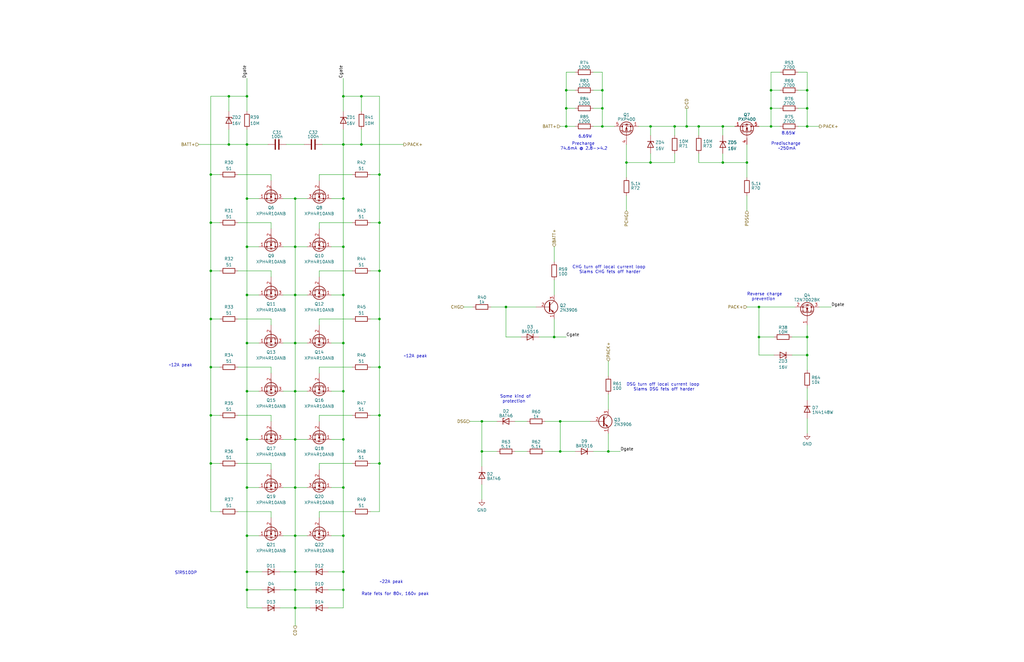
<source format=kicad_sch>
(kicad_sch (version 20230121) (generator eeschema)
  (paper "B")
  (title_block (title "High Side Fets") (date "2022-10-30") (rev "Rev 0") (company "QTech BMS Dept"))
  (junction (at 104.14 248.92))
  (junction (at 213.36 129.54))
  (junction (at 104.14 205.74))
  (junction (at 88.9 93.98))
  (junction (at 104.14 226.06))
  (junction (at 320.04 129.54))
  (junction (at 104.14 241.3))
  (junction (at 104.14 40.64))
  (junction (at 124.46 104.14))
  (junction (at 203.2 190.5))
  (junction (at 152.4 40.64))
  (junction (at 160.02 134.62))
  (junction (at 314.96 68.58))
  (junction (at 88.9 175.26))
  (junction (at 340.36 53.34))
  (junction (at 124.46 205.74))
  (junction (at 340.36 38.1))
  (junction (at 160.02 114.3))
  (junction (at 144.78 241.3))
  (junction (at 160.02 195.58))
  (junction (at 124.46 124.46))
  (junction (at 254 38.1))
  (junction (at 104.14 185.42))
  (junction (at 96.52 60.96))
  (junction (at 160.02 175.26))
  (junction (at 144.78 60.96))
  (junction (at 304.8 68.58))
  (junction (at 104.14 83.82))
  (junction (at 104.14 144.78))
  (junction (at 124.46 256.54))
  (junction (at 254 53.34))
  (junction (at 88.9 73.66))
  (junction (at 289.56 53.34))
  (junction (at 238.76 45.72))
  (junction (at 284.48 53.34))
  (junction (at 152.4 60.96))
  (junction (at 124.46 241.3))
  (junction (at 254 45.72))
  (junction (at 144.78 205.74))
  (junction (at 88.9 195.58))
  (junction (at 88.9 154.94))
  (junction (at 144.78 83.82))
  (junction (at 124.46 144.78))
  (junction (at 320.04 142.24))
  (junction (at 304.8 53.34))
  (junction (at 144.78 124.46))
  (junction (at 144.78 40.64))
  (junction (at 88.9 114.3))
  (junction (at 236.22 177.8))
  (junction (at 104.14 124.46))
  (junction (at 104.14 104.14))
  (junction (at 264.16 68.58))
  (junction (at 96.52 40.64))
  (junction (at 325.12 53.34))
  (junction (at 124.46 165.1))
  (junction (at 160.02 154.94))
  (junction (at 203.2 177.8))
  (junction (at 124.46 83.82))
  (junction (at 144.78 165.1))
  (junction (at 124.46 226.06))
  (junction (at 325.12 38.1))
  (junction (at 274.32 68.58))
  (junction (at 340.36 142.24))
  (junction (at 238.76 53.34))
  (junction (at 104.14 60.96))
  (junction (at 294.64 53.34))
  (junction (at 104.14 165.1))
  (junction (at 144.78 185.42))
  (junction (at 340.36 45.72))
  (junction (at 256.54 190.5))
  (junction (at 236.22 190.5))
  (junction (at 325.12 45.72))
  (junction (at 160.02 93.98))
  (junction (at 88.9 134.62))
  (junction (at 238.76 38.1))
  (junction (at 160.02 73.66))
  (junction (at 274.32 53.34))
  (junction (at 144.78 144.78))
  (junction (at 233.68 142.24))
  (junction (at 144.78 226.06))
  (junction (at 124.46 185.42))
  (junction (at 124.46 248.92))
  (junction (at 144.78 248.92))
  (junction (at 144.78 104.14))
  (junction (at 340.36 149.86))
  (wire (pts (xy 124.46 124.46) (xy 129.54 124.46)))
  (wire (pts (xy 88.9 134.62) (xy 92.71 134.62)))
  (wire (pts (xy 238.76 38.1) (xy 242.57 38.1)))
  (wire (pts (xy 124.46 165.1) (xy 129.54 165.1)))
  (wire (pts (xy 219.71 142.24) (xy 213.36 142.24)))
  (wire (pts (xy 134.62 195.58) (xy 134.62 198.12)))
  (wire (pts (xy 289.56 53.34) (xy 289.56 45.72)))
  (wire (pts (xy 254 53.34) (xy 259.08 53.34)))
  (wire (pts (xy 195.58 129.54) (xy 199.39 129.54)))
  (wire (pts (xy 314.96 88.9) (xy 314.96 82.55)))
  (wire (pts (xy 144.78 124.46) (xy 144.78 144.78)))
  (wire (pts (xy 114.3 134.62) (xy 100.33 134.62)))
  (wire (pts (xy 114.3 195.58) (xy 114.3 198.12)))
  (wire (pts (xy 156.21 195.58) (xy 160.02 195.58)))
  (wire (pts (xy 229.87 177.8) (xy 236.22 177.8)))
  (wire (pts (xy 289.56 53.34) (xy 294.64 53.34)))
  (wire (pts (xy 130.81 256.54) (xy 124.46 256.54)))
  (wire (pts (xy 124.46 241.3) (xy 124.46 248.92)))
  (wire (pts (xy 88.9 114.3) (xy 92.71 114.3)))
  (wire (pts (xy 119.38 226.06) (xy 124.46 226.06)))
  (wire (pts (xy 238.76 38.1) (xy 238.76 30.48)))
  (wire (pts (xy 304.8 64.77) (xy 304.8 68.58)))
  (wire (pts (xy 238.76 30.48) (xy 242.57 30.48)))
  (wire (pts (xy 144.78 248.92) (xy 144.78 256.54)))
  (wire (pts (xy 104.14 248.92) (xy 110.49 248.92)))
  (wire (pts (xy 350.52 129.54) (xy 345.44 129.54)))
  (wire (pts (xy 274.32 68.58) (xy 284.48 68.58)))
  (wire (pts (xy 160.02 93.98) (xy 160.02 114.3)))
  (wire (pts (xy 264.16 88.9) (xy 264.16 82.55)))
  (wire (pts (xy 104.14 241.3) (xy 110.49 241.3)))
  (wire (pts (xy 264.16 74.93) (xy 264.16 68.58)))
  (wire (pts (xy 114.3 154.94) (xy 114.3 157.48)))
  (wire (pts (xy 104.14 124.46) (xy 109.22 124.46)))
  (wire (pts (xy 138.43 241.3) (xy 144.78 241.3)))
  (wire (pts (xy 96.52 40.64) (xy 96.52 46.99)))
  (wire (pts (xy 134.62 215.9) (xy 134.62 218.44)))
  (wire (pts (xy 88.9 195.58) (xy 88.9 215.9)))
  (wire (pts (xy 88.9 215.9) (xy 92.71 215.9)))
  (wire (pts (xy 320.04 53.34) (xy 325.12 53.34)))
  (wire (pts (xy 119.38 83.82) (xy 124.46 83.82)))
  (wire (pts (xy 120.65 60.96) (xy 128.27 60.96)))
  (wire (pts (xy 236.22 190.5) (xy 242.57 190.5)))
  (wire (pts (xy 139.7 226.06) (xy 144.78 226.06)))
  (wire (pts (xy 233.68 134.62) (xy 233.68 142.24)))
  (wire (pts (xy 104.14 205.74) (xy 104.14 226.06)))
  (wire (pts (xy 152.4 54.61) (xy 152.4 60.96)))
  (wire (pts (xy 88.9 73.66) (xy 88.9 93.98)))
  (wire (pts (xy 119.38 124.46) (xy 124.46 124.46)))
  (wire (pts (xy 254 30.48) (xy 254 38.1)))
  (wire (pts (xy 314.96 68.58) (xy 314.96 60.96)))
  (wire (pts (xy 124.46 185.42) (xy 124.46 205.74)))
  (wire (pts (xy 160.02 73.66) (xy 160.02 93.98)))
  (wire (pts (xy 340.36 38.1) (xy 340.36 45.72)))
  (wire (pts (xy 340.36 176.53) (xy 340.36 182.88)))
  (wire (pts (xy 119.38 104.14) (xy 124.46 104.14)))
  (wire (pts (xy 229.87 190.5) (xy 236.22 190.5)))
  (wire (pts (xy 325.12 30.48) (xy 328.93 30.48)))
  (wire (pts (xy 144.78 40.64) (xy 144.78 46.99)))
  (wire (pts (xy 139.7 83.82) (xy 144.78 83.82)))
  (wire (pts (xy 134.62 175.26) (xy 148.59 175.26)))
  (wire (pts (xy 124.46 104.14) (xy 124.46 124.46)))
  (wire (pts (xy 130.81 248.92) (xy 124.46 248.92)))
  (wire (pts (xy 340.36 149.86) (xy 340.36 156.21)))
  (wire (pts (xy 124.46 104.14) (xy 129.54 104.14)))
  (wire (pts (xy 233.68 104.14) (xy 233.68 110.49)))
  (wire (pts (xy 294.64 64.77) (xy 294.64 68.58)))
  (wire (pts (xy 104.14 54.61) (xy 104.14 60.96)))
  (wire (pts (xy 104.14 205.74) (xy 109.22 205.74)))
  (wire (pts (xy 156.21 154.94) (xy 160.02 154.94)))
  (wire (pts (xy 134.62 134.62) (xy 134.62 137.16)))
  (wire (pts (xy 96.52 54.61) (xy 96.52 60.96)))
  (wire (pts (xy 134.62 175.26) (xy 134.62 177.8)))
  (wire (pts (xy 134.62 114.3) (xy 134.62 116.84)))
  (wire (pts (xy 294.64 53.34) (xy 304.8 53.34)))
  (wire (pts (xy 124.46 226.06) (xy 129.54 226.06)))
  (wire (pts (xy 124.46 205.74) (xy 129.54 205.74)))
  (wire (pts (xy 250.19 190.5) (xy 256.54 190.5)))
  (wire (pts (xy 104.14 165.1) (xy 109.22 165.1)))
  (wire (pts (xy 96.52 40.64) (xy 104.14 40.64)))
  (wire (pts (xy 152.4 60.96) (xy 170.18 60.96)))
  (wire (pts (xy 217.17 177.8) (xy 222.25 177.8)))
  (wire (pts (xy 104.14 185.42) (xy 104.14 205.74)))
  (wire (pts (xy 254 38.1) (xy 254 45.72)))
  (wire (pts (xy 119.38 205.74) (xy 124.46 205.74)))
  (wire (pts (xy 104.14 104.14) (xy 109.22 104.14)))
  (wire (pts (xy 144.78 60.96) (xy 152.4 60.96)))
  (wire (pts (xy 152.4 40.64) (xy 152.4 46.99)))
  (wire (pts (xy 284.48 68.58) (xy 284.48 64.77)))
  (wire (pts (xy 124.46 144.78) (xy 124.46 165.1)))
  (wire (pts (xy 217.17 190.5) (xy 222.25 190.5)))
  (wire (pts (xy 88.9 93.98) (xy 92.71 93.98)))
  (wire (pts (xy 104.14 256.54) (xy 110.49 256.54)))
  (wire (pts (xy 156.21 134.62) (xy 160.02 134.62)))
  (wire (pts (xy 144.78 144.78) (xy 144.78 165.1)))
  (wire (pts (xy 314.96 74.93) (xy 314.96 68.58)))
  (wire (pts (xy 213.36 129.54) (xy 226.06 129.54)))
  (wire (pts (xy 207.01 129.54) (xy 213.36 129.54)))
  (wire (pts (xy 88.9 175.26) (xy 88.9 195.58)))
  (wire (pts (xy 203.2 190.5) (xy 203.2 196.85)))
  (wire (pts (xy 250.19 38.1) (xy 254 38.1)))
  (wire (pts (xy 320.04 129.54) (xy 320.04 142.24)))
  (wire (pts (xy 134.62 93.98) (xy 134.62 96.52)))
  (wire (pts (xy 138.43 256.54) (xy 144.78 256.54)))
  (wire (pts (xy 134.62 73.66) (xy 134.62 76.2)))
  (wire (pts (xy 320.04 129.54) (xy 335.28 129.54)))
  (wire (pts (xy 100.33 73.66) (xy 114.3 73.66)))
  (wire (pts (xy 336.55 53.34) (xy 340.36 53.34)))
  (wire (pts (xy 334.01 142.24) (xy 340.36 142.24)))
  (wire (pts (xy 144.78 165.1) (xy 144.78 185.42)))
  (wire (pts (xy 88.9 134.62) (xy 88.9 154.94)))
  (wire (pts (xy 156.21 73.66) (xy 160.02 73.66)))
  (wire (pts (xy 250.19 53.34) (xy 254 53.34)))
  (wire (pts (xy 88.9 154.94) (xy 88.9 175.26)))
  (wire (pts (xy 238.76 142.24) (xy 233.68 142.24)))
  (wire (pts (xy 274.32 64.77) (xy 274.32 68.58)))
  (wire (pts (xy 238.76 53.34) (xy 238.76 45.72)))
  (wire (pts (xy 124.46 256.54) (xy 118.11 256.54)))
  (wire (pts (xy 254 45.72) (xy 254 53.34)))
  (wire (pts (xy 119.38 144.78) (xy 124.46 144.78)))
  (wire (pts (xy 304.8 53.34) (xy 304.8 57.15)))
  (wire (pts (xy 139.7 165.1) (xy 144.78 165.1)))
  (wire (pts (xy 104.14 104.14) (xy 104.14 124.46)))
  (wire (pts (xy 104.14 248.92) (xy 104.14 256.54)))
  (wire (pts (xy 336.55 45.72) (xy 340.36 45.72)))
  (wire (pts (xy 144.78 54.61) (xy 144.78 60.96)))
  (wire (pts (xy 88.9 40.64) (xy 88.9 73.66)))
  (wire (pts (xy 304.8 68.58) (xy 314.96 68.58)))
  (wire (pts (xy 203.2 177.8) (xy 209.55 177.8)))
  (wire (pts (xy 124.46 241.3) (xy 118.11 241.3)))
  (wire (pts (xy 144.78 83.82) (xy 144.78 104.14)))
  (wire (pts (xy 203.2 190.5) (xy 209.55 190.5)))
  (wire (pts (xy 124.46 205.74) (xy 124.46 226.06)))
  (wire (pts (xy 144.78 40.64) (xy 152.4 40.64)))
  (wire (pts (xy 144.78 104.14) (xy 144.78 124.46)))
  (wire (pts (xy 152.4 40.64) (xy 160.02 40.64)))
  (wire (pts (xy 144.78 60.96) (xy 144.78 83.82)))
  (wire (pts (xy 114.3 215.9) (xy 114.3 218.44)))
  (wire (pts (xy 326.39 149.86) (xy 320.04 149.86)))
  (wire (pts (xy 264.16 68.58) (xy 274.32 68.58)))
  (wire (pts (xy 104.14 165.1) (xy 104.14 185.42)))
  (wire (pts (xy 160.02 154.94) (xy 160.02 134.62)))
  (wire (pts (xy 104.14 185.42) (xy 109.22 185.42)))
  (wire (pts (xy 100.33 175.26) (xy 114.3 175.26)))
  (wire (pts (xy 284.48 57.15) (xy 284.48 53.34)))
  (wire (pts (xy 269.24 53.34) (xy 274.32 53.34)))
  (wire (pts (xy 124.46 248.92) (xy 124.46 256.54)))
  (wire (pts (xy 88.9 93.98) (xy 88.9 114.3)))
  (wire (pts (xy 236.22 190.5) (xy 236.22 177.8)))
  (wire (pts (xy 134.62 154.94) (xy 134.62 157.48)))
  (wire (pts (xy 114.3 93.98) (xy 114.3 96.52)))
  (wire (pts (xy 124.46 144.78) (xy 129.54 144.78)))
  (wire (pts (xy 124.46 185.42) (xy 129.54 185.42)))
  (wire (pts (xy 139.7 185.42) (xy 144.78 185.42)))
  (wire (pts (xy 156.21 93.98) (xy 160.02 93.98)))
  (wire (pts (xy 104.14 33.02) (xy 104.14 40.64)))
  (wire (pts (xy 236.22 177.8) (xy 248.92 177.8)))
  (wire (pts (xy 119.38 185.42) (xy 124.46 185.42)))
  (wire (pts (xy 138.43 248.92) (xy 144.78 248.92)))
  (wire (pts (xy 88.9 134.62) (xy 88.9 114.3)))
  (wire (pts (xy 104.14 144.78) (xy 109.22 144.78)))
  (wire (pts (xy 340.36 149.86) (xy 334.01 149.86)))
  (wire (pts (xy 124.46 248.92) (xy 118.11 248.92)))
  (wire (pts (xy 160.02 40.64) (xy 160.02 73.66)))
  (wire (pts (xy 284.48 53.34) (xy 289.56 53.34)))
  (wire (pts (xy 88.9 195.58) (xy 92.71 195.58)))
  (wire (pts (xy 160.02 215.9) (xy 160.02 195.58)))
  (wire (pts (xy 124.46 83.82) (xy 129.54 83.82)))
  (wire (pts (xy 160.02 154.94) (xy 160.02 175.26)))
  (wire (pts (xy 233.68 118.11) (xy 233.68 124.46)))
  (wire (pts (xy 238.76 38.1) (xy 238.76 45.72)))
  (wire (pts (xy 139.7 144.78) (xy 144.78 144.78)))
  (wire (pts (xy 250.19 30.48) (xy 254 30.48)))
  (wire (pts (xy 250.19 45.72) (xy 254 45.72)))
  (wire (pts (xy 340.36 53.34) (xy 345.44 53.34)))
  (wire (pts (xy 114.3 73.66) (xy 114.3 76.2)))
  (wire (pts (xy 325.12 38.1) (xy 325.12 45.72)))
  (wire (pts (xy 264.16 68.58) (xy 264.16 60.96)))
  (wire (pts (xy 114.3 137.16) (xy 114.3 134.62)))
  (wire (pts (xy 336.55 38.1) (xy 340.36 38.1)))
  (wire (pts (xy 320.04 142.24) (xy 320.04 149.86)))
  (wire (pts (xy 203.2 177.8) (xy 203.2 190.5)))
  (wire (pts (xy 134.62 114.3) (xy 148.59 114.3)))
  (wire (pts (xy 325.12 38.1) (xy 328.93 38.1)))
  (wire (pts (xy 144.78 226.06) (xy 144.78 241.3)))
  (wire (pts (xy 88.9 40.64) (xy 96.52 40.64)))
  (wire (pts (xy 160.02 134.62) (xy 160.02 114.3)))
  (wire (pts (xy 134.62 134.62) (xy 148.59 134.62)))
  (wire (pts (xy 135.89 60.96) (xy 144.78 60.96)))
  (wire (pts (xy 104.14 226.06) (xy 104.14 241.3)))
  (wire (pts (xy 100.33 195.58) (xy 114.3 195.58)))
  (wire (pts (xy 160.02 175.26) (xy 156.21 175.26)))
  (wire (pts (xy 320.04 142.24) (xy 326.39 142.24)))
  (wire (pts (xy 233.68 142.24) (xy 227.33 142.24)))
  (wire (pts (xy 238.76 53.34) (xy 242.57 53.34)))
  (wire (pts (xy 124.46 124.46) (xy 124.46 144.78)))
  (wire (pts (xy 134.62 154.94) (xy 148.59 154.94)))
  (wire (pts (xy 336.55 30.48) (xy 340.36 30.48)))
  (wire (pts (xy 213.36 142.24) (xy 213.36 129.54)))
  (wire (pts (xy 156.21 215.9) (xy 160.02 215.9)))
  (wire (pts (xy 96.52 60.96) (xy 104.14 60.96)))
  (wire (pts (xy 124.46 226.06) (xy 124.46 241.3)))
  (wire (pts (xy 114.3 114.3) (xy 114.3 116.84)))
  (wire (pts (xy 274.32 53.34) (xy 274.32 57.15)))
  (wire (pts (xy 340.36 137.16) (xy 340.36 142.24)))
  (wire (pts (xy 124.46 83.82) (xy 124.46 104.14)))
  (wire (pts (xy 325.12 53.34) (xy 328.93 53.34)))
  (wire (pts (xy 104.14 46.99) (xy 104.14 40.64)))
  (wire (pts (xy 139.7 104.14) (xy 144.78 104.14)))
  (wire (pts (xy 325.12 53.34) (xy 325.12 45.72)))
  (wire (pts (xy 256.54 166.37) (xy 256.54 172.72)))
  (wire (pts (xy 304.8 53.34) (xy 309.88 53.34)))
  (wire (pts (xy 261.62 190.5) (xy 256.54 190.5)))
  (wire (pts (xy 83.82 60.96) (xy 96.52 60.96)))
  (wire (pts (xy 88.9 175.26) (xy 92.71 175.26)))
  (wire (pts (xy 104.14 60.96) (xy 113.03 60.96)))
  (wire (pts (xy 104.14 83.82) (xy 104.14 104.14)))
  (wire (pts (xy 340.36 142.24) (xy 340.36 149.86)))
  (wire (pts (xy 104.14 241.3) (xy 104.14 248.92)))
  (wire (pts (xy 274.32 53.34) (xy 284.48 53.34)))
  (wire (pts (xy 340.36 30.48) (xy 340.36 38.1)))
  (wire (pts (xy 144.78 205.74) (xy 144.78 226.06)))
  (wire (pts (xy 156.21 114.3) (xy 160.02 114.3)))
  (wire (pts (xy 134.62 73.66) (xy 148.59 73.66)))
  (wire (pts (xy 104.14 124.46) (xy 104.14 144.78)))
  (wire (pts (xy 134.62 195.58) (xy 148.59 195.58)))
  (wire (pts (xy 88.9 73.66) (xy 92.71 73.66)))
  (wire (pts (xy 104.14 226.06) (xy 109.22 226.06)))
  (wire (pts (xy 325.12 38.1) (xy 325.12 30.48)))
  (wire (pts (xy 119.38 165.1) (xy 124.46 165.1)))
  (wire (pts (xy 130.81 241.3) (xy 124.46 241.3)))
  (wire (pts (xy 134.62 93.98) (xy 148.59 93.98)))
  (wire (pts (xy 124.46 256.54) (xy 124.46 264.16)))
  (wire (pts (xy 100.33 215.9) (xy 114.3 215.9)))
  (wire (pts (xy 256.54 152.4) (xy 256.54 158.75)))
  (wire (pts (xy 104.14 144.78) (xy 104.14 165.1)))
  (wire (pts (xy 340.36 163.83) (xy 340.36 168.91)))
  (wire (pts (xy 104.14 60.96) (xy 104.14 83.82)))
  (wire (pts (xy 88.9 154.94) (xy 92.71 154.94)))
  (wire (pts (xy 236.22 53.34) (xy 238.76 53.34)))
  (wire (pts (xy 104.14 83.82) (xy 109.22 83.82)))
  (wire (pts (xy 294.64 53.34) (xy 294.64 57.15)))
  (wire (pts (xy 314.96 129.54) (xy 320.04 129.54)))
  (wire (pts (xy 100.33 93.98) (xy 114.3 93.98)))
  (wire (pts (xy 124.46 165.1) (xy 124.46 185.42)))
  (wire (pts (xy 144.78 33.02) (xy 144.78 40.64)))
  (wire (pts (xy 256.54 182.88) (xy 256.54 190.5)))
  (wire (pts (xy 114.3 175.26) (xy 114.3 177.8)))
  (wire (pts (xy 114.3 114.3) (xy 100.33 114.3)))
  (wire (pts (xy 340.36 45.72) (xy 340.36 53.34)))
  (wire (pts (xy 325.12 45.72) (xy 328.93 45.72)))
  (wire (pts (xy 139.7 205.74) (xy 144.78 205.74)))
  (wire (pts (xy 144.78 241.3) (xy 144.78 248.92)))
  (wire (pts (xy 139.7 124.46) (xy 144.78 124.46)))
  (wire (pts (xy 198.12 177.8) (xy 203.2 177.8)))
  (wire (pts (xy 203.2 204.47) (xy 203.2 210.82)))
  (wire (pts (xy 238.76 45.72) (xy 242.57 45.72)))
  (wire (pts (xy 100.33 154.94) (xy 114.3 154.94)))
  (wire (pts (xy 144.78 185.42) (xy 144.78 205.74)))
  (wire (pts (xy 160.02 195.58) (xy 160.02 175.26)))
  (wire (pts (xy 134.62 215.9) (xy 148.59 215.9)))
  (wire (pts (xy 294.64 68.58) (xy 304.8 68.58)))
  (text "Rate fets for 80v, 160v peak" (at 152.4 251.46 0) (effects (font (size 1.27 1.27)) (justify left bottom)))
  (text "CHG turn off local current loop\n   Slams CHG fets off harder" (at 241.3 115.57 0) (effects (font (size 1.27 1.27)) (justify left bottom)))
  (text "~22A peak" (at 160.02 246.38 0) (effects (font (size 1.27 1.27)) (justify left bottom)))
  (text "Reverse charge\n  prevention" (at 314.96 127 0) (effects (font (size 1.27 1.27)) (justify left bottom)))
  (text "6.69W" (at 243.84 58.42 0) (effects (font (size 1.27 1.27)) (justify left bottom)))
  (text "Predischarge\n   ~250mA" (at 325.12 63.5 0) (effects (font (size 1.27 1.27)) (justify left bottom)))
  (text "DSG turn off local current loop\n   Slams DSG fets off harder" (at 264.16 165.1 0) (effects (font (size 1.27 1.27)) (justify left bottom)))
  (text "8.65W" (at 329.5406 57.0641 0) (effects (font (size 1.27 1.27)) (justify left bottom)))
  (text "     Precharge\n74.6mA @ 2.8->4.2" (at 236.22 63.5 0) (effects (font (size 1.27 1.27)) (justify left bottom)))
  (text "Some kind of\n protection" (at 210.82 170.18 0) (effects (font (size 1.27 1.27)) (justify left bottom)))
  (text "~12A peak" (at 170.18 151.13 0) (effects (font (size 1.27 1.27)) (justify left bottom)))
  (text "~12A peak" (at 71.12 154.94 0) (effects (font (size 1.27 1.27)) (justify left bottom)))
  (text "SiR510DP" (at 73.66 242.57 0) (effects (font (size 1.27 1.27)) (justify left bottom)))
  (label "Cgate" (at 238.76 142.24 0))
  (label "Dgate" (at 261.62 190.5 0))
  (label "Cgate" (at 144.78 33.02 90))
  (label "Dgate" (at 350.52 129.54 0))
  (label "Dgate" (at 104.14 33.02 90))
  (hierarchical_label "PACK+" (shape output) (at 170.18 60.96 0))
  (hierarchical_label "CD" (shape output) (at 289.56 45.72 90))
  (hierarchical_label "PCHG" (shape input) (at 264.16 88.9 270))
  (hierarchical_label "PACK+" (shape input) (at 256.54 152.4 90))
  (hierarchical_label "BATT+" (shape input) (at 83.82 60.96 180))
  (hierarchical_label "BATT+" (shape input) (at 233.68 104.14 90))
  (hierarchical_label "PACK+" (shape output) (at 345.44 53.34 0))
  (hierarchical_label "CD" (shape output) (at 124.46 264.16 270))
  (hierarchical_label "CHG" (shape input) (at 195.58 129.54 180))
  (hierarchical_label "PDSG" (shape input) (at 314.96 88.9 270))
  (hierarchical_label "DSG" (shape input) (at 198.12 177.8 180))
  (hierarchical_label "BATT+" (shape input) (at 236.22 53.34 180))
  (hierarchical_label "PACK+" (shape input) (at 314.96 129.54 180))
  (symbol (lib_id "Device:R") (at 256.54 162.56 180) (unit 1)
    (property "Reference" "R61" (at 258.318 161.9163 0) (effects (justify right)))
    (property "Value" "100" (at 258.318 163.8373 0) (effects (justify right)))
    (property "Footprint" "Resistor_SMD:R_0603_1608Metric" (effects hide))
    (property "Datasheet" "https://www.mouser.com/datasheet/2/54/cr-1858361.pdf" (effects hide))
    (property "Mouser" "https://www.mouser.com/ProductDetail/Bourns/CR0603-FX-1000ELF?qs=sGAEpiMZZMtlubZbdhIBIB2E0CzLGwMIzMOnVrznuHg%3D" (effects hide))
    (property "Part Number" "CR0603-FX-1000ELF" (effects hide))
    (property "Rating" "100mW" (effects hide))
  )
  (symbol (lib_id "Device:D_Zener") (at 144.78 50.8 270) (unit 1)
    (property "Reference" "ZD1" (at 146.05 49.5331 90) (effects (justify left)))
    (property "Value" "16V" (at 146.05 52.07 90) (effects (justify left)))
    (property "Footprint" "Diode_SMD:D_SOD-323F" (effects hide))
    (property "Datasheet" "https://www.diodes.com/assets/Datasheets/ds31987.pdf" (effects hide))
    (property "Mouser" "https://www.mouser.com/ProductDetail/Diodes-Incorporated/DDZ16CSF-7?qs=gfe7vQ8txpU%2Fw9f0N8ItgQ%3D%3D" (effects hide))
    (property "Part Number" "DDZ16CSF-7" (effects hide))
    (property "Rating" "16V 500mW" (effects hide))
  )
  (symbol (lib_id "Device:D_Zener") (at 330.2 149.86 180) (unit 1)
    (property "Reference" "ZD3" (at 330.2 152.4031 0))
    (property "Value" "16V" (at 330.2 154.94 0))
    (property "Footprint" "Diode_SMD:D_SOD-323F" (effects hide))
    (property "Datasheet" "https://www.diodes.com/assets/Datasheets/ds31987.pdf" (effects hide))
    (property "Mouser" "https://www.mouser.com/ProductDetail/Diodes-Incorporated/DDZ16CSF-7?qs=gfe7vQ8txpU%2Fw9f0N8ItgQ%3D%3D" (effects hide))
    (property "Part Number" "DDZ16CSF-7" (effects hide))
    (property "Rating" "16V 500mW" (effects hide))
  )
  (symbol (lib_id "Device:Q_NMOS_SGD") (at 134.62 142.24 90) (mirror x) (unit 1)
    (property "Reference" "Q14" (at 134.62 148.59 90))
    (property "Value" "XPH4R10ANB" (at 134.62 151.13 90))
    (property "Footprint" "qtech:SOP-Advance-8" (effects hide))
    (property "Datasheet" "https://www.mouser.com/datasheet/2/408/XPH4R10ANB_datasheet_en_20200624-1915276.pdf" (effects hide))
    (property "Mouser" "https://www.mouser.com/ProductDetail/Toshiba/XPH4R10ANBL1XHQ?qs=zW32dvEIR3s%252BYCIRF8uMzg%3D%3D" (effects hide))
    (property "Part Number" "XPH4R10ANB,L1XHQ" (effects hide))
    (property "Rating" "100V 4mOhm" (effects hide))
  )
  (symbol (lib_id "Device:R") (at 294.64 60.96 0) (mirror y) (unit 1)
    (property "Reference" "R73" (at 296.418 61.6037 0) (effects (justify right)))
    (property "Value" "10M" (at 296.418 59.6827 0) (effects (justify right)))
    (property "Footprint" "Resistor_SMD:R_0603_1608Metric" (effects hide))
    (property "Datasheet" "https://www.mouser.com/datasheet/2/447/PYu_AC_51_RoHS_L_9-3005297.pdf" (effects hide))
    (property "Mouser" "https://www.mouser.com/ProductDetail/YAGEO/AC0603FR-0710ML?qs=sGAEpiMZZMtlubZbdhIBIG07xJe44c5AN0zPtTTP5TI%3D" (effects hide))
    (property "Part Number" "AC0603FR-0710ML" (effects hide))
    (property "Rating" "100mW" (effects hide))
  )
  (symbol (lib_id "Transistor_FET:Si7141DP") (at 264.16 55.88 90) (unit 1)
    (property "Reference" "Q1" (at 264.16 48.4251 90))
    (property "Value" "PXP400" (at 264.16 50.3461 90))
    (property "Footprint" "qtech:MLPAK33" (effects hide))
    (property "Datasheet" "https://www.mouser.com/datasheet/2/916/PXP400-100QS-1853422.pdf" (effects hide))
    (property "Mouser" "https://www.mouser.com/ProductDetail/771-PXP400-100QSJ" (effects hide))
    (property "Part Number" "PXP400-100QSJ" (effects hide))
    (property "Rating" "100V 1.4A" (effects hide))
  )
  (symbol (lib_id "Device:R") (at 96.52 93.98 90) (unit 1)
    (property "Reference" "R31" (at 96.52 88.9 90))
    (property "Value" "51" (at 96.52 91.44 90))
    (property "Footprint" "Resistor_SMD:R_0603_1608Metric" (effects hide))
    (property "Datasheet" "https://www.vishay.com/doc?20035" (effects hide))
    (property "Mouser" "https://www.mouser.com/ProductDetail/Vishay-Dale/CRCW060351R0FKEB?qs=sGAEpiMZZMtlubZbdhIBIDtQ47NphPmFggvnoEz9pAA%3D" (effects hide))
    (property "Part Number" "CRCW060351R0FKEB" (effects hide))
    (property "Rating" "100mW" (effects hide))
  )
  (symbol (lib_id "Device:R") (at 152.4 175.26 90) (unit 1)
    (property "Reference" "R47" (at 152.4 170.18 90))
    (property "Value" "51" (at 152.4 172.72 90))
    (property "Footprint" "Resistor_SMD:R_0603_1608Metric" (effects hide))
    (property "Datasheet" "https://www.vishay.com/doc?20035" (effects hide))
    (property "Mouser" "https://www.mouser.com/ProductDetail/Vishay-Dale/CRCW060351R0FKEB?qs=sGAEpiMZZMtlubZbdhIBIDtQ47NphPmFggvnoEz9pAA%3D" (effects hide))
    (property "Part Number" "CRCW060351R0FKEB" (effects hide))
    (property "Rating" "100mW" (effects hide))
  )
  (symbol (lib_id "Device:R") (at 152.4 73.66 90) (unit 1)
    (property "Reference" "R42" (at 152.4 68.58 90))
    (property "Value" "51" (at 152.4 71.12 90))
    (property "Footprint" "Resistor_SMD:R_0603_1608Metric" (effects hide))
    (property "Datasheet" "https://www.vishay.com/doc?20035" (effects hide))
    (property "Mouser" "https://www.mouser.com/ProductDetail/Vishay-Dale/CRCW060351R0FKEB?qs=sGAEpiMZZMtlubZbdhIBIDtQ47NphPmFggvnoEz9pAA%3D" (effects hide))
    (property "Part Number" "CRCW060351R0FKEB" (effects hide))
    (property "Rating" "100mW" (effects hide))
  )
  (symbol (lib_id "Device:D_Zener") (at 304.8 60.96 270) (unit 1)
    (property "Reference" "ZD5" (at 306.832 60.1253 90) (effects (justify left)))
    (property "Value" "16V" (at 306.832 62.6622 90) (effects (justify left)))
    (property "Footprint" "Diode_SMD:D_SOD-323F" (effects hide))
    (property "Datasheet" "https://www.diodes.com/assets/Datasheets/ds31987.pdf" (effects hide))
    (property "Mouser" "https://www.mouser.com/ProductDetail/Diodes-Incorporated/DDZ16CSF-7?qs=gfe7vQ8txpU%2Fw9f0N8ItgQ%3D%3D" (effects hide))
    (property "Part Number" "DDZ16CSF-7" (effects hide))
    (property "Rating" "16V 500mW" (effects hide))
  )
  (symbol (lib_id "Diode:BAS516") (at 223.52 142.24 180) (unit 1)
    (property "Reference" "D3" (at 223.52 137.9601 0))
    (property "Value" "BAS516" (at 223.52 139.8811 0))
    (property "Footprint" "Diode_SMD:D_SOD-523" (effects hide))
    (property "Datasheet" "https://www.mouser.com/datasheet/2/916/BAS516-3081349.pdf" (effects hide))
    (property "Mouser" "https://www.mouser.com/ProductDetail/Nexperia/BAS516115?qs=me8TqzrmIYVSb%2FgWSGcf7w%3D%3D" (effects hide))
    (property "Part Number" "BAS516,115" (effects hide))
    (property "Rating" "85V 250mA" (effects hide))
  )
  (symbol (lib_id "Device:Q_NMOS_SGD") (at 114.3 182.88 270) (unit 1)
    (property "Reference" "Q17" (at 114.3 189.23 90))
    (property "Value" "XPH4R10ANB" (at 114.3 191.77 90))
    (property "Footprint" "qtech:SOP-Advance-8" (effects hide))
    (property "Datasheet" "https://www.mouser.com/datasheet/2/408/XPH4R10ANB_datasheet_en_20200624-1915276.pdf" (effects hide))
    (property "Mouser" "https://www.mouser.com/ProductDetail/Toshiba/XPH4R10ANBL1XHQ?qs=zW32dvEIR3s%252BYCIRF8uMzg%3D%3D" (effects hide))
    (property "Part Number" "XPH4R10ANB,L1XHQ" (effects hide))
    (property "Rating" "100V 4mOhm" (effects hide))
  )
  (symbol (lib_id "Device:R") (at 332.74 38.1 270) (mirror x) (unit 1)
    (property "Reference" "R69" (at 332.74 34.0741 90))
    (property "Value" "2700" (at 332.74 35.9951 90))
    (property "Footprint" "Resistor_SMD:R_2512_6332Metric" (effects hide))
    (property "Datasheet" "https://www.mouser.com/datasheet/2/418/6/ENG_DS_9_1773463_5_G-1263719.pdf" (effects hide))
    (property "Mouser" "https://www.mouser.com/ProductDetail/TE-Connectivity-Holsworthy/35212K7FT?qs=sGAEpiMZZMtlubZbdhIBILShZ4hQ8krEeZXVszbKSAs%3D" (effects hide))
    (property "Part Number" "35212K7FT" (effects hide))
    (property "Rating" "2W" (effects hide))
  )
  (symbol (lib_id "Device:C") (at 116.84 60.96 90) (unit 1)
    (property "Reference" "C31" (at 116.84 55.88 90))
    (property "Value" "100n" (at 116.84 57.6381 90))
    (property "Footprint" "Capacitor_SMD:C_0603_1608Metric" (effects hide))
    (property "Datasheet" "https://www.mouser.com/datasheet/2/585/MLCC-1837944.pdf" (effects hide))
    (property "Mouser" "https://www.mouser.com/ProductDetail/Samsung-Electro-Mechanics/CL10B104KC8NNNC?qs=sGAEpiMZZMs7ZEmUmaUL04Db8I7WfOR7JJmoHv2C8bjtz8qZ9HJqbw%3D%3D" (effects hide))
    (property "Part Number" "CL10B104KC8NNNC" (effects hide))
    (property "Rating" "100V" (effects hide))
  )
  (symbol (lib_id "power:GND") (at 203.2 210.82 0) (unit 1)
    (property "Reference" "#PWR02" (effects hide))
    (property "Value" "GND" (at 203.2 215.2634 0))
    (instances (project "bms" (path "" (reference "#PWR02") (unit 1)) (path "" (reference "#PWR028") (unit 1))))
  )
  (symbol (lib_id "Device:Q_NMOS_SGD") (at 114.3 101.6 270) (unit 1)
    (property "Reference" "Q9" (at 114.3 107.95 90))
    (property "Value" "XPH4R10ANB" (at 114.3 110.49 90))
    (property "Footprint" "qtech:SOP-Advance-8" (effects hide))
    (property "Datasheet" "https://www.mouser.com/datasheet/2/408/XPH4R10ANB_datasheet_en_20200624-1915276.pdf" (effects hide))
    (property "Mouser" "https://www.mouser.com/ProductDetail/Toshiba/XPH4R10ANBL1XHQ?qs=zW32dvEIR3s%252BYCIRF8uMzg%3D%3D" (effects hide))
    (property "Part Number" "XPH4R10ANB,L1XHQ" (effects hide))
    (property "Rating" "100V 4mOhm" (effects hide))
  )
  (symbol (lib_id "Device:C") (at 132.08 60.96 90) (unit 1)
    (property "Reference" "C32" (at 132.08 55.88 90))
    (property "Value" "100n" (at 132.08 57.6381 90))
    (property "Footprint" "Capacitor_SMD:C_0603_1608Metric" (effects hide))
    (property "Datasheet" "https://www.mouser.com/datasheet/2/585/MLCC-1837944.pdf" (effects hide))
    (property "Mouser" "https://www.mouser.com/ProductDetail/Samsung-Electro-Mechanics/CL10B104KC8NNNC?qs=sGAEpiMZZMs7ZEmUmaUL04Db8I7WfOR7JJmoHv2C8bjtz8qZ9HJqbw%3D%3D" (effects hide))
    (property "Part Number" "CL10B104KC8NNNC" (effects hide))
    (property "Rating" "100V" (effects hide))
  )
  (symbol (lib_id "Device:R") (at 246.38 45.72 270) (mirror x) (unit 1)
    (property "Reference" "R84" (at 246.38 41.6941 90))
    (property "Value" "1200" (at 246.38 43.6151 90))
    (property "Footprint" "Resistor_SMD:R_2512_6332Metric" (effects hide))
    (property "Datasheet" "https://www.mouser.com/datasheet/2/418/1/NG_CD_2176070_BC-680252.pdf" (effects hide))
    (property "Mouser" "https://www.mouser.com/ProductDetail/TE-Connectivity-Holsworthy/35211K2FT?qs=sGAEpiMZZMtlubZbdhIBIAFCwE%252Ba6FqlfEDQUJO7BPk%3D" (effects hide))
    (property "Part Number" "35211K2FT" (effects hide))
    (property "Rating" "2W" (effects hide))
  )
  (symbol (lib_id "Device:D") (at 114.3 256.54 180) (unit 1)
    (property "Reference" "D13" (at 114.3 254 0))
    (property "Value" "D" (effects hide))
    (property "Footprint" "Diode_SMD:D_SOD-123F" (effects hide))
    (property "Datasheet" "https://www.mouser.com/datasheet/2/258/SMD2150PL_SMD220PL_SOD_123FL_-2510820.pdf" (effects hide))
    (property "Mouser" "https://www.mouser.com/ProductDetail/Micro-Commercial-Components-MCC/SMD220PL-TP?qs=cLwp4wpikzCDQSrzPAGpXQ%3D%3D" (effects hide))
    (property "Part Number" "SMD220PL-TP" (effects hide))
    (property "Rating" "200V 2A 50Apeak" (effects hide))
  )
  (symbol (lib_id "Device:Q_NMOS_GSD") (at 340.36 132.08 270) (mirror x) (unit 1)
    (property "Reference" "Q4" (at 340.36 124.6251 90))
    (property "Value" "T2N7002BK" (at 340.36 126.5461 90))
    (property "Footprint" "Package_TO_SOT_SMD:SOT-23" (effects hide))
    (property "Datasheet" "https://www.mouser.com/datasheet/2/408/T2N7002BK_datasheet_en_20191025-1916498.pdf" (effects hide))
    (property "Mouser" "https://www.mouser.com/ProductDetail/Toshiba/T2N7002BKLM?qs=lX6dEUlT%252BgfTnU11z%2FTylg%3D%3D" (effects hide))
    (property "Part Number" "T2N7002BK,LM" (effects hide))
    (property "Rating" "60V 400mA" (effects hide))
  )
  (symbol (lib_id "Device:R") (at 152.4 114.3 90) (unit 1)
    (property "Reference" "R44" (at 152.4 109.22 90))
    (property "Value" "51" (at 152.4 111.76 90))
    (property "Footprint" "Resistor_SMD:R_0603_1608Metric" (effects hide))
    (property "Datasheet" "https://www.vishay.com/doc?20035" (effects hide))
    (property "Mouser" "https://www.mouser.com/ProductDetail/Vishay-Dale/CRCW060351R0FKEB?qs=sGAEpiMZZMtlubZbdhIBIDtQ47NphPmFggvnoEz9pAA%3D" (effects hide))
    (property "Part Number" "CRCW060351R0FKEB" (effects hide))
    (property "Rating" "100mW" (effects hide))
  )
  (symbol (lib_id "Device:R") (at 152.4 93.98 90) (unit 1)
    (property "Reference" "R43" (at 152.4 88.9 90))
    (property "Value" "51" (at 152.4 91.44 90))
    (property "Footprint" "Resistor_SMD:R_0603_1608Metric" (effects hide))
    (property "Datasheet" "https://www.vishay.com/doc?20035" (effects hide))
    (property "Mouser" "https://www.mouser.com/ProductDetail/Vishay-Dale/CRCW060351R0FKEB?qs=sGAEpiMZZMtlubZbdhIBIDtQ47NphPmFggvnoEz9pAA%3D" (effects hide))
    (property "Part Number" "CRCW060351R0FKEB" (effects hide))
    (property "Rating" "100mW" (effects hide))
  )
  (symbol (lib_id "Device:Q_NMOS_SGD") (at 134.62 81.28 90) (mirror x) (unit 1)
    (property "Reference" "Q8" (at 134.62 87.63 90))
    (property "Value" "XPH4R10ANB" (at 134.62 90.17 90))
    (property "Footprint" "qtech:SOP-Advance-8" (effects hide))
    (property "Datasheet" "https://www.mouser.com/datasheet/2/408/XPH4R10ANB_datasheet_en_20200624-1915276.pdf" (effects hide))
    (property "Mouser" "https://www.mouser.com/ProductDetail/Toshiba/XPH4R10ANBL1XHQ?qs=zW32dvEIR3s%252BYCIRF8uMzg%3D%3D" (effects hide))
    (property "Part Number" "XPH4R10ANB,L1XHQ" (effects hide))
    (property "Rating" "100V 4mOhm" (effects hide))
  )
  (symbol (lib_id "Device:R") (at 96.52 73.66 90) (unit 1)
    (property "Reference" "R30" (at 96.52 68.58 90))
    (property "Value" "51" (at 96.52 71.1169 90))
    (property "Footprint" "Resistor_SMD:R_0603_1608Metric" (effects hide))
    (property "Datasheet" "https://www.vishay.com/doc?20035" (effects hide))
    (property "Mouser" "https://www.mouser.com/ProductDetail/Vishay-Dale/CRCW060351R0FKEB?qs=sGAEpiMZZMtlubZbdhIBIDtQ47NphPmFggvnoEz9pAA%3D" (effects hide))
    (property "Part Number" "CRCW060351R0FKEB" (effects hide))
    (property "Rating" "100mW" (effects hide))
  )
  (symbol (lib_id "Transistor_BJT:2N3906") (at 231.14 129.54 0) (unit 1)
    (property "Reference" "Q2" (at 235.9914 128.8963 0) (effects (justify left)))
    (property "Value" "2N3906" (at 235.9914 130.8173 0) (effects (justify left)))
    (property "Footprint" "Package_TO_SOT_SMD:SOT-23-3" (effects hide))
    (property "Datasheet" "https://www.mouser.com/datasheet/2/115/DIOD_S_A0012992517_1-2513078.pdf" (effects hide))
    (property "Mouser" "https://www.mouser.com/ProductDetail/Diodes-Incorporated/MMBT3906-7-F?qs=wWyd8J8HCZnomk3dzpYZYw%3D%3D" (effects hide))
    (property "Part Number" "MMBT3906-7-F" (effects hide))
    (property "Rating" "40V 200mA" (effects hide))
  )
  (symbol (lib_id "Device:Q_NMOS_SGD") (at 114.3 142.24 270) (unit 1)
    (property "Reference" "Q13" (at 114.3 148.59 90))
    (property "Value" "XPH4R10ANB" (at 114.3 151.13 90))
    (property "Footprint" "qtech:SOP-Advance-8" (effects hide))
    (property "Datasheet" "https://www.mouser.com/datasheet/2/408/XPH4R10ANB_datasheet_en_20200624-1915276.pdf" (effects hide))
    (property "Mouser" "https://www.mouser.com/ProductDetail/Toshiba/XPH4R10ANBL1XHQ?qs=zW32dvEIR3s%252BYCIRF8uMzg%3D%3D" (effects hide))
    (property "Part Number" "XPH4R10ANB,L1XHQ" (effects hide))
    (property "Rating" "100V 4mOhm" (effects hide))
  )
  (symbol (lib_id "Device:Q_NMOS_SGD") (at 114.3 223.52 270) (unit 1)
    (property "Reference" "Q21" (at 114.3 229.87 90))
    (property "Value" "XPH4R10ANB" (at 114.3 232.41 90))
    (property "Footprint" "qtech:SOP-Advance-8" (effects hide))
    (property "Datasheet" "https://www.mouser.com/datasheet/2/408/XPH4R10ANB_datasheet_en_20200624-1915276.pdf" (effects hide))
    (property "Mouser" "https://www.mouser.com/ProductDetail/Toshiba/XPH4R10ANBL1XHQ?qs=zW32dvEIR3s%252BYCIRF8uMzg%3D%3D" (effects hide))
    (property "Part Number" "XPH4R10ANB,L1XHQ" (effects hide))
    (property "Rating" "100V 4mOhm" (effects hide))
  )
  (symbol (lib_id "Device:D_Zener") (at 274.32 60.96 270) (unit 1)
    (property "Reference" "ZD4" (at 276.352 60.1253 90) (effects (justify left)))
    (property "Value" "16V" (at 276.352 62.6622 90) (effects (justify left)))
    (property "Footprint" "Diode_SMD:D_SOD-323F" (effects hide))
    (property "Datasheet" "https://www.diodes.com/assets/Datasheets/ds31987.pdf" (effects hide))
    (property "Mouser" "https://www.mouser.com/ProductDetail/Diodes-Incorporated/DDZ16CSF-7?qs=gfe7vQ8txpU%2Fw9f0N8ItgQ%3D%3D" (effects hide))
    (property "Part Number" "DDZ16CSF-7" (effects hide))
    (property "Rating" "16V 500mW" (effects hide))
  )
  (symbol (lib_id "Device:D") (at 134.62 241.3 0) (unit 1)
    (property "Reference" "D12" (at 134.62 238.76 0))
    (property "Value" "D" (effects hide))
    (property "Footprint" "Diode_SMD:D_SOD-123F" (effects hide))
    (property "Datasheet" "https://www.mouser.com/datasheet/2/258/SMD2150PL_SMD220PL_SOD_123FL_-2510820.pdf" (effects hide))
    (property "Mouser" "https://www.mouser.com/ProductDetail/Micro-Commercial-Components-MCC/SMD220PL-TP?qs=cLwp4wpikzCDQSrzPAGpXQ%3D%3D" (effects hide))
    (property "Part Number" "SMD220PL-TP" (effects hide))
    (property "Rating" "200V 2A 50Apeak" (effects hide))
  )
  (symbol (lib_id "Device:Q_NMOS_SGD") (at 134.62 121.92 90) (mirror x) (unit 1)
    (property "Reference" "Q12" (at 134.62 128.27 90))
    (property "Value" "XPH4R10ANB" (at 134.62 130.81 90))
    (property "Footprint" "qtech:SOP-Advance-8" (effects hide))
    (property "Datasheet" "https://www.mouser.com/datasheet/2/408/XPH4R10ANB_datasheet_en_20200624-1915276.pdf" (effects hide))
    (property "Mouser" "https://www.mouser.com/ProductDetail/Toshiba/XPH4R10ANBL1XHQ?qs=zW32dvEIR3s%252BYCIRF8uMzg%3D%3D" (effects hide))
    (property "Part Number" "XPH4R10ANB,L1XHQ" (effects hide))
    (property "Rating" "100V 4mOhm" (effects hide))
  )
  (symbol (lib_id "Device:R") (at 314.96 78.74 0) (mirror y) (unit 1)
    (property "Reference" "R70" (at 316.738 79.3837 0) (effects (justify right)))
    (property "Value" "5.1k" (at 316.738 77.4627 0) (effects (justify right)))
    (property "Footprint" "Resistor_SMD:R_0603_1608Metric" (effects hide))
    (property "Datasheet" "https://www.mouser.com/datasheet/2/315/AOA0000C304-1149620.pdf" (effects hide))
    (property "Mouser" "https://www.mouser.com/ProductDetail/Panasonic/ERJ-3EKF5101V?qs=sGAEpiMZZMtlubZbdhIBILWcrV%252BWBYJCmWDmg%252B%252BOeB4%3D" (effects hide))
    (property "Part Number" "ERJ-3EKF5101V" (effects hide))
    (property "Rating" "100mW" (effects hide))
  )
  (symbol (lib_id "Device:R") (at 213.36 190.5 90) (unit 1)
    (property "Reference" "R63" (at 213.36 186.4741 90))
    (property "Value" "5.1k" (at 213.36 188.3951 90))
    (property "Footprint" "Resistor_SMD:R_0603_1608Metric" (effects hide))
    (property "Datasheet" "https://www.mouser.com/datasheet/2/447/PYu_RC_Group_51_RoHS_L_11-1984063.pdf" (effects hide))
    (property "Mouser" "https://www.mouser.com/ProductDetail/YAGEO/RC1206JR-075K1L?qs=sGAEpiMZZMtlubZbdhIBIBvSqRm9%252BnwjpZFs1r6dFlc%3D" (effects hide))
    (property "Part Number" "RC1206JR-075K1L" (effects hide))
    (property "Rating" "250mW" (effects hide))
  )
  (symbol (lib_id "Device:R") (at 96.52 134.62 90) (unit 1)
    (property "Reference" "R33" (at 96.52 129.54 90))
    (property "Value" "51" (at 96.52 132.0769 90))
    (property "Footprint" "Resistor_SMD:R_0603_1608Metric" (effects hide))
    (property "Datasheet" "https://www.vishay.com/doc?20035" (effects hide))
    (property "Mouser" "https://www.mouser.com/ProductDetail/Vishay-Dale/CRCW060351R0FKEB?qs=sGAEpiMZZMtlubZbdhIBIDtQ47NphPmFggvnoEz9pAA%3D" (effects hide))
    (property "Part Number" "CRCW060351R0FKEB" (effects hide))
    (property "Rating" "100mW" (effects hide))
  )
  (symbol (lib_id "Device:Q_NMOS_SGD") (at 134.62 223.52 90) (mirror x) (unit 1)
    (property "Reference" "Q22" (at 134.62 229.87 90))
    (property "Value" "XPH4R10ANB" (at 134.62 232.41 90))
    (property "Footprint" "qtech:SOP-Advance-8" (effects hide))
    (property "Datasheet" "https://www.mouser.com/datasheet/2/408/XPH4R10ANB_datasheet_en_20200624-1915276.pdf" (effects hide))
    (property "Mouser" "https://www.mouser.com/ProductDetail/Toshiba/XPH4R10ANBL1XHQ?qs=zW32dvEIR3s%252BYCIRF8uMzg%3D%3D" (effects hide))
    (property "Part Number" "XPH4R10ANB,L1XHQ" (effects hide))
    (property "Rating" "100V 4mOhm" (effects hide))
  )
  (symbol (lib_id "Device:D_Zener") (at 213.36 177.8 0) (unit 1)
    (property "Reference" "D2" (at 213.36 173.5201 0))
    (property "Value" "BAT46" (at 213.36 175.4411 0))
    (property "Footprint" "Diode_SMD:D_SOD-123" (effects hide))
    (property "Datasheet" "https://www.mouser.com/datasheet/2/258/BAT46WHE3_SOD_123_-1957551.pdf" (effects hide))
    (property "Mouser" "https://www.mouser.com/ProductDetail/Micro-Commercial-Components-MCC/BAT46WHE3-TP?qs=HBWAp0VN4RhwZZGh4BO67Q%3D%3D" (effects hide))
    (property "Part Number" "BAT46WHE3-TP" (effects hide))
    (property "Rating" "100V 150mA" (effects hide))
    (instances (project "bms" (path "" (reference "D2") (unit 1)) (path "" (reference "D5") (unit 1))))
  )
  (symbol (lib_id "Device:R") (at 96.52 195.58 90) (unit 1)
    (property "Reference" "R36" (at 96.52 190.5 90))
    (property "Value" "51" (at 96.52 193.0369 90))
    (property "Footprint" "Resistor_SMD:R_0603_1608Metric" (effects hide))
    (property "Datasheet" "https://www.vishay.com/doc?20035" (effects hide))
    (property "Mouser" "https://www.mouser.com/ProductDetail/Vishay-Dale/CRCW060351R0FKEB?qs=sGAEpiMZZMtlubZbdhIBIDtQ47NphPmFggvnoEz9pAA%3D" (effects hide))
    (property "Part Number" "CRCW060351R0FKEB" (effects hide))
    (property "Rating" "100mW" (effects hide))
  )
  (symbol (lib_id "Device:Q_NMOS_SGD") (at 114.3 121.92 270) (unit 1)
    (property "Reference" "Q11" (at 114.3 128.27 90))
    (property "Value" "XPH4R10ANB" (at 114.3 130.81 90))
    (property "Footprint" "qtech:SOP-Advance-8" (effects hide))
    (property "Datasheet" "https://www.mouser.com/datasheet/2/408/XPH4R10ANB_datasheet_en_20200624-1915276.pdf" (effects hide))
    (property "Mouser" "https://www.mouser.com/ProductDetail/Toshiba/XPH4R10ANBL1XHQ?qs=zW32dvEIR3s%252BYCIRF8uMzg%3D%3D" (effects hide))
    (property "Part Number" "XPH4R10ANB,L1XHQ" (effects hide))
    (property "Rating" "100V 4mOhm" (effects hide))
  )
  (symbol (lib_id "Transistor_BJT:2N3906") (at 254 177.8 0) (unit 1)
    (property "Reference" "Q3" (at 258.8514 177.1563 0) (effects (justify left)))
    (property "Value" "2N3906" (at 258.8514 179.0773 0) (effects (justify left)))
    (property "Footprint" "Package_TO_SOT_SMD:SOT-23-3" (effects hide))
    (property "Datasheet" "https://www.mouser.com/datasheet/2/115/DIOD_S_A0012992517_1-2513078.pdf" (effects hide))
    (property "Mouser" "https://www.mouser.com/ProductDetail/Diodes-Incorporated/MMBT3906-7-F?qs=wWyd8J8HCZnomk3dzpYZYw%3D%3D" (effects hide))
    (property "Part Number" "MMBT3906-7-F" (effects hide))
    (property "Rating" "40V 200mA" (effects hide))
  )
  (symbol (lib_id "Device:D") (at 134.62 256.54 0) (unit 1)
    (property "Reference" "D14" (at 134.62 254 0))
    (property "Value" "D" (effects hide))
    (property "Footprint" "Diode_SMD:D_SOD-123F" (effects hide))
    (property "Datasheet" "https://www.mouser.com/datasheet/2/258/SMD2150PL_SMD220PL_SOD_123FL_-2510820.pdf" (effects hide))
    (property "Mouser" "https://www.mouser.com/ProductDetail/Micro-Commercial-Components-MCC/SMD220PL-TP?qs=cLwp4wpikzCDQSrzPAGpXQ%3D%3D" (effects hide))
    (property "Part Number" "SMD220PL-TP" (effects hide))
    (property "Rating" "200V 2A 50Apeak" (effects hide))
  )
  (symbol (lib_id "Device:R") (at 264.16 78.74 0) (mirror y) (unit 1)
    (property "Reference" "R72" (at 265.938 79.3837 0) (effects (justify right)))
    (property "Value" "5.1k" (at 265.938 77.4627 0) (effects (justify right)))
    (property "Footprint" "Resistor_SMD:R_0603_1608Metric" (effects hide))
    (property "Datasheet" "https://www.mouser.com/datasheet/2/315/AOA0000C304-1149620.pdf" (effects hide))
    (property "Mouser" "https://www.mouser.com/ProductDetail/Panasonic/ERJ-3EKF5101V?qs=sGAEpiMZZMtlubZbdhIBILWcrV%252BWBYJCmWDmg%252B%252BOeB4%3D" (effects hide))
    (property "Part Number" "ERJ-3EKF5101V" (effects hide))
    (property "Rating" "100mW" (effects hide))
  )
  (symbol (lib_id "Device:R") (at 246.38 30.48 270) (mirror x) (unit 1)
    (property "Reference" "R74" (at 246.38 26.4541 90))
    (property "Value" "1200" (at 246.38 28.3751 90))
    (property "Footprint" "Resistor_SMD:R_2512_6332Metric" (effects hide))
    (property "Datasheet" "https://www.mouser.com/datasheet/2/418/1/NG_CD_2176070_BC-680252.pdf" (effects hide))
    (property "Mouser" "https://www.mouser.com/ProductDetail/TE-Connectivity-Holsworthy/35211K2FT?qs=sGAEpiMZZMtlubZbdhIBIAFCwE%252Ba6FqlfEDQUJO7BPk%3D" (effects hide))
    (property "Part Number" "35211K2FT" (effects hide))
    (property "Rating" "2W" (effects hide))
  )
  (symbol (lib_id "Device:R") (at 233.68 114.3 180) (unit 1)
    (property "Reference" "R59" (at 235.458 113.6563 0) (effects (justify right)))
    (property "Value" "100" (at 235.458 115.5773 0) (effects (justify right)))
    (property "Footprint" "Resistor_SMD:R_0603_1608Metric" (effects hide))
    (property "Datasheet" "https://www.mouser.com/datasheet/2/54/cr-1858361.pdf" (effects hide))
    (property "Mouser" "https://www.mouser.com/ProductDetail/Bourns/CR0603-FX-1000ELF?qs=sGAEpiMZZMtlubZbdhIBIB2E0CzLGwMIzMOnVrznuHg%3D" (effects hide))
    (property "Part Number" "CR0603-FX-1000ELF" (effects hide))
    (property "Rating" "100mW" (effects hide))
  )
  (symbol (lib_id "Device:R") (at 340.36 160.02 0) (unit 1)
    (property "Reference" "R64" (at 342.138 159.3763 0) (effects (justify left)))
    (property "Value" "10k" (at 342.138 161.2973 0) (effects (justify left)))
    (property "Footprint" "Resistor_SMD:R_0603_1608Metric" (effects hide))
    (property "Datasheet" "https://www.mouser.com/datasheet/2/219/RK73H-1825326.pdf" (effects hide))
    (property "Mouser" "https://www.mouser.com/ProductDetail/KOA-Speer/RK73H1JTTD1002F?qs=sGAEpiMZZMtlubZbdhIBINkEv%252BGnJSJCzf6arQIEEEA%3D" (effects hide))
    (property "Part Number" "RK73H1JTTD1002F" (effects hide))
    (property "Rating" "100mW" (effects hide))
  )
  (symbol (lib_id "Device:R") (at 246.38 38.1 270) (mirror x) (unit 1)
    (property "Reference" "R83" (at 246.38 34.0741 90))
    (property "Value" "1200" (at 246.38 35.9951 90))
    (property "Footprint" "Resistor_SMD:R_2512_6332Metric" (effects hide))
    (property "Datasheet" "https://www.mouser.com/datasheet/2/418/1/NG_CD_2176070_BC-680252.pdf" (effects hide))
    (property "Mouser" "https://www.mouser.com/ProductDetail/TE-Connectivity-Holsworthy/35211K2FT?qs=sGAEpiMZZMtlubZbdhIBIAFCwE%252Ba6FqlfEDQUJO7BPk%3D" (effects hide))
    (property "Part Number" "35211K2FT" (effects hide))
    (property "Rating" "2W" (effects hide))
  )
  (symbol (lib_id "Device:R") (at 104.14 50.8 0) (unit 1)
    (property "Reference" "R39" (at 105.41 49.53 0) (effects (justify left)))
    (property "Value" "10M" (at 105.41 52.07 0) (effects (justify left)))
    (property "Footprint" "Resistor_SMD:R_0603_1608Metric" (effects hide))
    (property "Datasheet" "https://www.mouser.com/datasheet/2/447/PYu_AC_51_RoHS_L_9-3005297.pdf" (effects hide))
    (property "Mouser" "https://www.mouser.com/ProductDetail/YAGEO/AC0603FR-0710ML?qs=sGAEpiMZZMtlubZbdhIBIG07xJe44c5AN0zPtTTP5TI%3D" (effects hide))
    (property "Part Number" "AC0603FR-0710ML" (effects hide))
    (property "Rating" "100mW" (effects hide))
  )
  (symbol (lib_id "Device:D") (at 134.62 248.92 0) (unit 1)
    (property "Reference" "D10" (at 134.62 246.38 0))
    (property "Value" "D" (effects hide))
    (property "Footprint" "Diode_SMD:D_SOD-123F" (effects hide))
    (property "Datasheet" "https://www.mouser.com/datasheet/2/258/SMD2150PL_SMD220PL_SOD_123FL_-2510820.pdf" (effects hide))
    (property "Mouser" "https://www.mouser.com/ProductDetail/Micro-Commercial-Components-MCC/SMD220PL-TP?qs=cLwp4wpikzCDQSrzPAGpXQ%3D%3D" (effects hide))
    (property "Part Number" "SMD220PL-TP" (effects hide))
    (property "Rating" "200V 2A 50Apeak" (effects hide))
  )
  (symbol (lib_id "Device:R") (at 96.52 215.9 90) (unit 1)
    (property "Reference" "R37" (at 96.52 210.82 90))
    (property "Value" "51" (at 96.52 213.3569 90))
    (property "Footprint" "Resistor_SMD:R_0603_1608Metric" (effects hide))
    (property "Datasheet" "https://www.vishay.com/doc?20035" (effects hide))
    (property "Mouser" "https://www.mouser.com/ProductDetail/Vishay-Dale/CRCW060351R0FKEB?qs=sGAEpiMZZMtlubZbdhIBIDtQ47NphPmFggvnoEz9pAA%3D" (effects hide))
    (property "Part Number" "CRCW060351R0FKEB" (effects hide))
    (property "Rating" "100mW" (effects hide))
  )
  (symbol (lib_id "Device:R") (at 203.2 129.54 90) (unit 1)
    (property "Reference" "R40" (at 203.2 125.5141 90))
    (property "Value" "1k" (at 203.2 127.4351 90))
    (property "Footprint" "Resistor_SMD:R_0603_1608Metric" (effects hide))
    (property "Datasheet" "https://www.vishay.com/doc?20035" (effects hide))
    (property "Mouser" "https://www.mouser.com/ProductDetail/Vishay-Dale/CRCW06031K00FKEC?qs=sGAEpiMZZMtlubZbdhIBIO43cdRDMqnZdC%2FvLADwXWY%3D" (effects hide))
    (property "Part Number" "CRCW06031K00FKEC" (effects hide))
    (property "Rating" "100mW" (effects hide))
  )
  (symbol (lib_id "Device:R") (at 332.74 45.72 270) (mirror x) (unit 1)
    (property "Reference" "R76" (at 332.74 41.6941 90))
    (property "Value" "2700" (at 332.74 43.6151 90))
    (property "Footprint" "Resistor_SMD:R_2512_6332Metric" (effects hide))
    (property "Datasheet" "https://www.mouser.com/datasheet/2/418/6/ENG_DS_9_1773463_5_G-1263719.pdf" (effects hide))
    (property "Mouser" "https://www.mouser.com/ProductDetail/TE-Connectivity-Holsworthy/35212K7FT?qs=sGAEpiMZZMtlubZbdhIBILShZ4hQ8krEeZXVszbKSAs%3D" (effects hide))
    (property "Part Number" "35212K7FT" (effects hide))
    (property "Rating" "2W" (effects hide))
  )
  (symbol (lib_id "Diode:BAS516") (at 246.38 190.5 180) (unit 1)
    (property "Reference" "D9" (at 246.38 186.2201 0))
    (property "Value" "BAS516" (at 246.38 188.1411 0))
    (property "Footprint" "Diode_SMD:D_SOD-523" (effects hide))
    (property "Datasheet" "https://www.mouser.com/datasheet/2/916/BAS516-3081349.pdf" (effects hide))
    (property "Mouser" "https://www.mouser.com/ProductDetail/Nexperia/BAS516115?qs=me8TqzrmIYVSb%2FgWSGcf7w%3D%3D" (effects hide))
    (property "Part Number" "BAS516,115" (effects hide))
    (property "Rating" "85V 250mA" (effects hide))
  )
  (symbol (lib_id "Device:R") (at 226.06 190.5 90) (unit 1)
    (property "Reference" "R62" (at 226.06 186.4741 90))
    (property "Value" "5.1k" (at 226.06 188.3951 90))
    (property "Footprint" "Resistor_SMD:R_0603_1608Metric" (effects hide))
    (property "Datasheet" "https://www.mouser.com/datasheet/2/447/PYu_RC_Group_51_RoHS_L_11-1984063.pdf" (effects hide))
    (property "Mouser" "https://www.mouser.com/ProductDetail/YAGEO/RC1206JR-075K1L?qs=sGAEpiMZZMtlubZbdhIBIBvSqRm9%252BnwjpZFs1r6dFlc%3D" (effects hide))
    (property "Part Number" "RC1206JR-075K1L" (effects hide))
    (property "Rating" "250mW" (effects hide))
  )
  (symbol (lib_id "Device:R") (at 152.4 154.94 90) (unit 1)
    (property "Reference" "R46" (at 152.4 149.86 90))
    (property "Value" "51" (at 152.4 152.3969 90))
    (property "Footprint" "Resistor_SMD:R_0603_1608Metric" (effects hide))
    (property "Datasheet" "https://www.vishay.com/doc?20035" (effects hide))
    (property "Mouser" "https://www.mouser.com/ProductDetail/Vishay-Dale/CRCW060351R0FKEB?qs=sGAEpiMZZMtlubZbdhIBIDtQ47NphPmFggvnoEz9pAA%3D" (effects hide))
    (property "Part Number" "CRCW060351R0FKEB" (effects hide))
    (property "Rating" "100mW" (effects hide))
  )
  (symbol (lib_id "Device:R") (at 226.06 177.8 90) (unit 1)
    (property "Reference" "R60" (at 226.06 173.7741 90))
    (property "Value" "1k" (at 226.06 175.6951 90))
    (property "Footprint" "Resistor_SMD:R_0603_1608Metric" (effects hide))
    (property "Datasheet" "https://www.vishay.com/doc?20035" (effects hide))
    (property "Mouser" "https://www.mouser.com/ProductDetail/Vishay-Dale/CRCW06031K00FKEC?qs=sGAEpiMZZMtlubZbdhIBIO43cdRDMqnZdC%2FvLADwXWY%3D" (effects hide))
    (property "Part Number" "CRCW06031K00FKEC" (effects hide))
    (property "Rating" "100mW" (effects hide))
  )
  (symbol (lib_id "Device:D_Zener") (at 96.52 50.8 270) (unit 1)
    (property "Reference" "ZD2" (at 97.79 49.5331 90) (effects (justify left)))
    (property "Value" "16V" (at 97.79 52.07 90) (effects (justify left)))
    (property "Footprint" "Diode_SMD:D_SOD-323F" (effects hide))
    (property "Datasheet" "https://www.diodes.com/assets/Datasheets/ds31987.pdf" (effects hide))
    (property "Mouser" "https://www.mouser.com/ProductDetail/Diodes-Incorporated/DDZ16CSF-7?qs=gfe7vQ8txpU%2Fw9f0N8ItgQ%3D%3D" (effects hide))
    (property "Part Number" "DDZ16CSF-7" (effects hide))
    (property "Rating" "16V 500mW" (effects hide))
  )
  (symbol (lib_id "Device:D") (at 114.3 248.92 180) (unit 1)
    (property "Reference" "D4" (at 114.3 246.38 0))
    (property "Value" "D" (effects hide))
    (property "Footprint" "Diode_SMD:D_SOD-123F" (effects hide))
    (property "Datasheet" "https://www.mouser.com/datasheet/2/258/SMD2150PL_SMD220PL_SOD_123FL_-2510820.pdf" (effects hide))
    (property "Mouser" "https://www.mouser.com/ProductDetail/Micro-Commercial-Components-MCC/SMD220PL-TP?qs=cLwp4wpikzCDQSrzPAGpXQ%3D%3D" (effects hide))
    (property "Part Number" "SMD220PL-TP" (effects hide))
    (property "Rating" "200V 2A 50Apeak" (effects hide))
  )
  (symbol (lib_id "Device:R") (at 152.4 50.8 0) (unit 1)
    (property "Reference" "R41" (at 153.67 49.53 0) (effects (justify left)))
    (property "Value" "10M" (at 153.67 52.07 0) (effects (justify left)))
    (property "Footprint" "Resistor_SMD:R_0603_1608Metric" (effects hide))
    (property "Datasheet" "https://www.mouser.com/datasheet/2/447/PYu_AC_51_RoHS_L_9-3005297.pdf" (effects hide))
    (property "Mouser" "https://www.mouser.com/ProductDetail/YAGEO/AC0603FR-0710ML?qs=sGAEpiMZZMtlubZbdhIBIG07xJe44c5AN0zPtTTP5TI%3D" (effects hide))
    (property "Part Number" "AC0603FR-0710ML" (effects hide))
    (property "Rating" "100mW" (effects hide))
  )
  (symbol (lib_id "Diode:1N4148W") (at 340.36 172.72 270) (unit 1)
    (property "Reference" "D7" (at 342.392 172.0763 90) (effects (justify left)))
    (property "Value" "1N4148W" (at 342.392 173.9973 90) (effects (justify left)))
    (property "Footprint" "Diode_SMD:D_SOD-123" (effects hide))
    (property "Datasheet" "https://www.diodes.com/assets/Datasheets/ds30086.pdf" (effects hide))
    (property "Mouser" "https://www.mouser.com/ProductDetail/Diodes-Incorporated/1N4148W-7-F?qs=LHX0FizJzg7Ae9ZM8LTAWw%3D%3D" (effects hide))
    (property "Part Number" "1N4148W-7-F" (effects hide))
    (property "Rating" "100V 300mA ultrafast" (effects hide))
  )
  (symbol (lib_id "Device:R") (at 96.52 114.3 90) (unit 1)
    (property "Reference" "R32" (at 96.52 109.22 90))
    (property "Value" "51" (at 96.52 111.7569 90))
    (property "Footprint" "Resistor_SMD:R_0603_1608Metric" (effects hide))
    (property "Datasheet" "https://www.vishay.com/doc?20035" (effects hide))
    (property "Mouser" "https://www.mouser.com/ProductDetail/Vishay-Dale/CRCW060351R0FKEB?qs=sGAEpiMZZMtlubZbdhIBIDtQ47NphPmFggvnoEz9pAA%3D" (effects hide))
    (property "Part Number" "CRCW060351R0FKEB" (effects hide))
    (property "Rating" "100mW" (effects hide))
  )
  (symbol (lib_id "Device:Q_NMOS_SGD") (at 114.3 203.2 270) (unit 1)
    (property "Reference" "Q19" (at 114.3 209.55 90))
    (property "Value" "XPH4R10ANB" (at 114.3 212.09 90))
    (property "Footprint" "qtech:SOP-Advance-8" (effects hide))
    (property "Datasheet" "https://www.mouser.com/datasheet/2/408/XPH4R10ANB_datasheet_en_20200624-1915276.pdf" (effects hide))
    (property "Mouser" "https://www.mouser.com/ProductDetail/Toshiba/XPH4R10ANBL1XHQ?qs=zW32dvEIR3s%252BYCIRF8uMzg%3D%3D" (effects hide))
    (property "Part Number" "XPH4R10ANB,L1XHQ" (effects hide))
    (property "Rating" "100V 4mOhm" (effects hide))
  )
  (symbol (lib_id "Device:R") (at 332.74 30.48 270) (mirror x) (unit 1)
    (property "Reference" "R53" (at 332.74 26.4541 90))
    (property "Value" "2700" (at 332.74 28.3751 90))
    (property "Footprint" "Resistor_SMD:R_2512_6332Metric" (effects hide))
    (property "Datasheet" "https://www.mouser.com/datasheet/2/418/6/ENG_DS_9_1773463_5_G-1263719.pdf" (effects hide))
    (property "Mouser" "https://www.mouser.com/ProductDetail/TE-Connectivity-Holsworthy/35212K7FT?qs=sGAEpiMZZMtlubZbdhIBILShZ4hQ8krEeZXVszbKSAs%3D" (effects hide))
    (property "Part Number" "35212K7FT" (effects hide))
    (property "Rating" "2W" (effects hide))
  )
  (symbol (lib_id "Device:R") (at 246.38 53.34 270) (mirror x) (unit 1)
    (property "Reference" "R85" (at 246.38 49.3141 90))
    (property "Value" "1200" (at 246.38 51.2351 90))
    (property "Footprint" "Resistor_SMD:R_2512_6332Metric" (effects hide))
    (property "Datasheet" "https://www.mouser.com/datasheet/2/418/1/NG_CD_2176070_BC-680252.pdf" (effects hide))
    (property "Mouser" "https://www.mouser.com/ProductDetail/TE-Connectivity-Holsworthy/35211K2FT?qs=sGAEpiMZZMtlubZbdhIBIAFCwE%252Ba6FqlfEDQUJO7BPk%3D" (effects hide))
    (property "Part Number" "35211K2FT" (effects hide))
    (property "Rating" "2W" (effects hide))
  )
  (symbol (lib_id "Device:R") (at 152.4 195.58 90) (unit 1)
    (property "Reference" "R48" (at 152.4 190.5 90))
    (property "Value" "51" (at 152.4 193.0369 90))
    (property "Footprint" "Resistor_SMD:R_0603_1608Metric" (effects hide))
    (property "Datasheet" "https://www.vishay.com/doc?20035" (effects hide))
    (property "Mouser" "https://www.mouser.com/ProductDetail/Vishay-Dale/CRCW060351R0FKEB?qs=sGAEpiMZZMtlubZbdhIBIDtQ47NphPmFggvnoEz9pAA%3D" (effects hide))
    (property "Part Number" "CRCW060351R0FKEB" (effects hide))
    (property "Rating" "100mW" (effects hide))
  )
  (symbol (lib_id "Device:Q_NMOS_SGD") (at 114.3 81.28 270) (unit 1)
    (property "Reference" "Q6" (at 114.3 87.63 90))
    (property "Value" "XPH4R10ANB" (at 114.3 90.17 90))
    (property "Footprint" "qtech:SOP-Advance-8" (effects hide))
    (property "Datasheet" "https://www.mouser.com/datasheet/2/408/XPH4R10ANB_datasheet_en_20200624-1915276.pdf" (effects hide))
    (property "Mouser" "https://www.mouser.com/ProductDetail/Toshiba/XPH4R10ANBL1XHQ?qs=zW32dvEIR3s%252BYCIRF8uMzg%3D%3D" (effects hide))
    (property "Part Number" "XPH4R10ANB,L1XHQ" (effects hide))
    (property "Rating" "100V 4mOhm" (effects hide))
  )
  (symbol (lib_id "Device:R") (at 284.48 60.96 0) (mirror y) (unit 1)
    (property "Reference" "R71" (at 286.258 61.6037 0) (effects (justify right)))
    (property "Value" "10M" (at 286.258 59.6827 0) (effects (justify right)))
    (property "Footprint" "Resistor_SMD:R_0603_1608Metric" (effects hide))
    (property "Datasheet" "https://www.mouser.com/datasheet/2/447/PYu_AC_51_RoHS_L_9-3005297.pdf" (effects hide))
    (property "Mouser" "https://www.mouser.com/ProductDetail/YAGEO/AC0603FR-0710ML?qs=sGAEpiMZZMtlubZbdhIBIG07xJe44c5AN0zPtTTP5TI%3D" (effects hide))
    (property "Part Number" "AC0603FR-0710ML" (effects hide))
    (property "Rating" "100mW" (effects hide))
  )
  (symbol (lib_id "Transistor_FET:Si7141DP") (at 314.96 55.88 270) (mirror x) (unit 1)
    (property "Reference" "Q7" (at 314.96 48.4251 90))
    (property "Value" "PXP400" (at 314.96 50.3461 90))
    (property "Footprint" "qtech:MLPAK33" (effects hide))
    (property "Datasheet" "https://www.mouser.com/datasheet/2/916/PXP400-100QS-1853422.pdf" (effects hide))
    (property "Mouser" "https://www.mouser.com/ProductDetail/771-PXP400-100QSJ" (effects hide))
    (property "Part Number" "PXP400-100QSJ" (effects hide))
    (property "Rating" "100V 1.4A" (effects hide))
  )
  (symbol (lib_id "Device:D") (at 114.3 241.3 180) (unit 1)
    (property "Reference" "D11" (at 114.3 238.76 0))
    (property "Value" "D" (effects hide))
    (property "Footprint" "Diode_SMD:D_SOD-123F" (effects hide))
    (property "Datasheet" "https://www.mouser.com/datasheet/2/258/SMD2150PL_SMD220PL_SOD_123FL_-2510820.pdf" (effects hide))
    (property "Mouser" "https://www.mouser.com/ProductDetail/Micro-Commercial-Components-MCC/SMD220PL-TP?qs=cLwp4wpikzCDQSrzPAGpXQ%3D%3D" (effects hide))
    (property "Part Number" "SMD220PL-TP" (effects hide))
    (property "Rating" "200V 2A 50Apeak" (effects hide))
  )
  (symbol (lib_id "Device:Q_NMOS_SGD") (at 134.62 182.88 90) (mirror x) (unit 1)
    (property "Reference" "Q18" (at 134.62 189.23 90))
    (property "Value" "XPH4R10ANB" (at 134.62 191.77 90))
    (property "Footprint" "qtech:SOP-Advance-8" (effects hide))
    (property "Datasheet" "https://www.mouser.com/datasheet/2/408/XPH4R10ANB_datasheet_en_20200624-1915276.pdf" (effects hide))
    (property "Mouser" "https://www.mouser.com/ProductDetail/Toshiba/XPH4R10ANBL1XHQ?qs=zW32dvEIR3s%252BYCIRF8uMzg%3D%3D" (effects hide))
    (property "Part Number" "XPH4R10ANB,L1XHQ" (effects hide))
    (property "Rating" "100V 4mOhm" (effects hide))
  )
  (symbol (lib_id "Device:R") (at 332.74 53.34 270) (mirror x) (unit 1)
    (property "Reference" "R75" (at 332.74 49.3141 90))
    (property "Value" "2700" (at 332.74 51.2351 90))
    (property "Footprint" "Resistor_SMD:R_2512_6332Metric" (effects hide))
    (property "Datasheet" "https://www.mouser.com/datasheet/2/418/6/ENG_DS_9_1773463_5_G-1263719.pdf" (effects hide))
    (property "Mouser" "https://www.mouser.com/ProductDetail/TE-Connectivity-Holsworthy/35212K7FT?qs=sGAEpiMZZMtlubZbdhIBILShZ4hQ8krEeZXVszbKSAs%3D" (effects hide))
    (property "Part Number" "35212K7FT" (effects hide))
    (property "Rating" "2W" (effects hide))
  )
  (symbol (lib_id "Device:R") (at 330.2 142.24 270) (unit 1)
    (property "Reference" "R38" (at 330.2 138.2141 90))
    (property "Value" "10M" (at 330.2 140.1351 90))
    (property "Footprint" "Resistor_SMD:R_0603_1608Metric" (effects hide))
    (property "Datasheet" "https://www.mouser.com/datasheet/2/447/PYu_AC_51_RoHS_L_9-3005297.pdf" (effects hide))
    (property "Mouser" "https://www.mouser.com/ProductDetail/YAGEO/AC0603FR-0710ML?qs=sGAEpiMZZMtlubZbdhIBIG07xJe44c5AN0zPtTTP5TI%3D" (effects hide))
    (property "Part Number" "AC0603FR-0710ML" (effects hide))
    (property "Rating" "100mW" (effects hide))
  )
  (symbol (lib_id "Device:Q_NMOS_SGD") (at 134.62 203.2 90) (mirror x) (unit 1)
    (property "Reference" "Q20" (at 134.62 209.55 90))
    (property "Value" "XPH4R10ANB" (at 134.62 212.09 90))
    (property "Footprint" "qtech:SOP-Advance-8" (effects hide))
    (property "Datasheet" "https://www.mouser.com/datasheet/2/408/XPH4R10ANB_datasheet_en_20200624-1915276.pdf" (effects hide))
    (property "Mouser" "https://www.mouser.com/ProductDetail/Toshiba/XPH4R10ANBL1XHQ?qs=zW32dvEIR3s%252BYCIRF8uMzg%3D%3D" (effects hide))
    (property "Part Number" "XPH4R10ANB,L1XHQ" (effects hide))
    (property "Rating" "100V 4mOhm" (effects hide))
  )
  (symbol (lib_id "power:GND") (at 340.36 182.88 0) (unit 1)
    (property "Reference" "#PWR02" (effects hide))
    (property "Value" "GND" (at 340.36 187.3234 0))
    (instances (project "bms" (path "" (reference "#PWR02") (unit 1)) (path "" (reference "#PWR029") (unit 1))))
  )
  (symbol (lib_id "Device:D_Zener") (at 203.2 200.66 270) (unit 1)
    (property "Reference" "D2" (at 205.232 200.0163 90) (effects (justify left)))
    (property "Value" "BAT46" (at 205.232 201.9373 90) (effects (justify left)))
    (property "Footprint" "Diode_SMD:D_SOD-123" (effects hide))
    (property "Datasheet" "https://www.mouser.com/datasheet/2/258/BAT46WHE3_SOD_123_-1957551.pdf" (effects hide))
    (property "Mouser" "https://www.mouser.com/ProductDetail/Micro-Commercial-Components-MCC/BAT46WHE3-TP?qs=HBWAp0VN4RhwZZGh4BO67Q%3D%3D" (effects hide))
    (property "Part Number" "BAT46WHE3-TP" (effects hide))
    (property "Rating" "100V 150mA" (effects hide))
    (instances (project "bms" (path "" (reference "D2") (unit 1)) (path "" (reference "D6") (unit 1))))
  )
  (symbol (lib_id "Device:Q_NMOS_SGD") (at 134.62 162.56 90) (mirror x) (unit 1)
    (property "Reference" "Q16" (at 134.62 168.91 90))
    (property "Value" "XPH4R10ANB" (at 134.62 171.45 90))
    (property "Footprint" "qtech:SOP-Advance-8" (effects hide))
    (property "Datasheet" "https://www.mouser.com/datasheet/2/408/XPH4R10ANB_datasheet_en_20200624-1915276.pdf" (effects hide))
    (property "Mouser" "https://www.mouser.com/ProductDetail/Toshiba/XPH4R10ANBL1XHQ?qs=zW32dvEIR3s%252BYCIRF8uMzg%3D%3D" (effects hide))
    (property "Part Number" "XPH4R10ANB,L1XHQ" (effects hide))
    (property "Rating" "100V 4mOhm" (effects hide))
  )
  (symbol (lib_id "Device:R") (at 96.52 175.26 90) (unit 1)
    (property "Reference" "R35" (at 96.52 170.18 90))
    (property "Value" "51" (at 96.52 172.7169 90))
    (property "Footprint" "Resistor_SMD:R_0603_1608Metric" (effects hide))
    (property "Datasheet" "https://www.vishay.com/doc?20035" (effects hide))
    (property "Mouser" "https://www.mouser.com/ProductDetail/Vishay-Dale/CRCW060351R0FKEB?qs=sGAEpiMZZMtlubZbdhIBIDtQ47NphPmFggvnoEz9pAA%3D" (effects hide))
    (property "Part Number" "CRCW060351R0FKEB" (effects hide))
    (property "Rating" "100mW" (effects hide))
  )
  (symbol (lib_id "Device:R") (at 152.4 134.62 90) (unit 1)
    (property "Reference" "R45" (at 152.4 129.54 90))
    (property "Value" "51" (at 152.4 132.08 90))
    (property "Footprint" "Resistor_SMD:R_0603_1608Metric" (effects hide))
    (property "Datasheet" "https://www.vishay.com/doc?20035" (effects hide))
    (property "Mouser" "https://www.mouser.com/ProductDetail/Vishay-Dale/CRCW060351R0FKEB?qs=sGAEpiMZZMtlubZbdhIBIDtQ47NphPmFggvnoEz9pAA%3D" (effects hide))
    (property "Part Number" "CRCW060351R0FKEB" (effects hide))
    (property "Rating" "100mW" (effects hide))
  )
  (symbol (lib_id "Device:Q_NMOS_SGD") (at 114.3 162.56 270) (unit 1)
    (property "Reference" "Q15" (at 114.3 168.91 90))
    (property "Value" "XPH4R10ANB" (at 114.3 171.45 90))
    (property "Footprint" "qtech:SOP-Advance-8" (effects hide))
    (property "Datasheet" "https://www.mouser.com/datasheet/2/408/XPH4R10ANB_datasheet_en_20200624-1915276.pdf" (effects hide))
    (property "Mouser" "https://www.mouser.com/ProductDetail/Toshiba/XPH4R10ANBL1XHQ?qs=zW32dvEIR3s%252BYCIRF8uMzg%3D%3D" (effects hide))
    (property "Part Number" "XPH4R10ANB,L1XHQ" (effects hide))
    (property "Rating" "100V 4mOhm" (effects hide))
  )
  (symbol (lib_id "Device:Q_NMOS_SGD") (at 134.62 101.6 90) (mirror x) (unit 1)
    (property "Reference" "Q10" (at 134.62 107.95 90))
    (property "Value" "XPH4R10ANB" (at 134.62 110.49 90))
    (property "Footprint" "qtech:SOP-Advance-8" (effects hide))
    (property "Datasheet" "https://www.mouser.com/datasheet/2/408/XPH4R10ANB_datasheet_en_20200624-1915276.pdf" (effects hide))
    (property "Mouser" "https://www.mouser.com/ProductDetail/Toshiba/XPH4R10ANBL1XHQ?qs=zW32dvEIR3s%252BYCIRF8uMzg%3D%3D" (effects hide))
    (property "Part Number" "XPH4R10ANB,L1XHQ" (effects hide))
    (property "Rating" "100V 4mOhm" (effects hide))
  )
  (symbol (lib_id "Device:R") (at 152.4 215.9 90) (unit 1)
    (property "Reference" "R49" (at 152.4 210.82 90))
    (property "Value" "51" (at 152.4 213.3569 90))
    (property "Footprint" "Resistor_SMD:R_0603_1608Metric" (effects hide))
    (property "Datasheet" "https://www.vishay.com/doc?20035" (effects hide))
    (property "Mouser" "https://www.mouser.com/ProductDetail/Vishay-Dale/CRCW060351R0FKEB?qs=sGAEpiMZZMtlubZbdhIBIDtQ47NphPmFggvnoEz9pAA%3D" (effects hide))
    (property "Part Number" "CRCW060351R0FKEB" (effects hide))
    (property "Rating" "100mW" (effects hide))
  )
  (symbol (lib_id "Device:R") (at 96.52 154.94 90) (unit 1)
    (property "Reference" "R34" (at 96.52 149.86 90))
    (property "Value" "51" (at 96.52 152.3969 90))
    (property "Footprint" "Resistor_SMD:R_0603_1608Metric" (effects hide))
    (property "Datasheet" "https://www.vishay.com/doc?20035" (effects hide))
    (property "Mouser" "https://www.mouser.com/ProductDetail/Vishay-Dale/CRCW060351R0FKEB?qs=sGAEpiMZZMtlubZbdhIBIDtQ47NphPmFggvnoEz9pAA%3D" (effects hide))
    (property "Part Number" "CRCW060351R0FKEB" (effects hide))
    (property "Rating" "100mW" (effects hide))
  )
)
</source>
